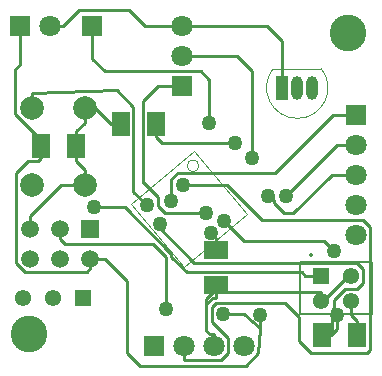
<source format=gbl>
G04 Layer_Physical_Order=2*
G04 Layer_Color=16711680*
%FSLAX24Y24*%
%MOIN*%
G70*
G01*
G75*
%ADD11R,0.0787X0.0591*%
%ADD12R,0.0591X0.0787*%
%ADD16C,0.0100*%
%ADD17C,0.0079*%
%ADD18C,0.0039*%
%ADD19C,0.0050*%
%ADD20R,0.0709X0.0709*%
%ADD21C,0.0709*%
%ADD22C,0.1220*%
%ADD23C,0.0543*%
%ADD24R,0.0543X0.0543*%
%ADD25C,0.0787*%
%ADD26R,0.0591X0.0591*%
%ADD27C,0.0591*%
%ADD28R,0.0709X0.0709*%
%ADD29O,0.0394X0.0787*%
%ADD30R,0.0394X0.0787*%
%ADD31C,0.0500*%
D11*
X7434Y3991D02*
D03*
Y2809D02*
D03*
D12*
X1594Y7450D02*
D03*
X2775D02*
D03*
X5425Y8200D02*
D03*
X4244D02*
D03*
X12125Y1150D02*
D03*
X10944D02*
D03*
D16*
X7434Y2587D02*
X10924D01*
X7316D02*
X7434D01*
X7216Y1182D02*
X7350D01*
X11321Y1834D02*
X11376Y2330D01*
X11246Y1150D02*
X11321Y1834D01*
X7434Y2587D02*
Y2809D01*
Y2397D02*
Y2587D01*
X7098Y2180D02*
Y2370D01*
Y1299D02*
Y2180D01*
X8880Y1373D02*
X8906Y1830D01*
X8833Y550D02*
X8880Y1373D01*
X8906Y1350D01*
X8343Y1840D02*
X8880Y1373D01*
X7434Y3991D02*
Y4381D01*
X7246Y4570D02*
X7434Y4381D01*
X6316Y6170D02*
X7783D01*
X8953Y5000D01*
X12326D01*
X12576Y4750D01*
Y650D02*
Y4750D01*
X12476Y550D02*
X12576Y650D01*
X10596Y550D02*
X12476D01*
X10196Y950D02*
X10596Y550D01*
X10196Y950D02*
Y1750D01*
X9727Y2219D02*
X10196Y1750D01*
X7416Y2219D02*
X9727D01*
X7277Y2080D02*
X7416Y2219D01*
X7277Y1599D02*
Y2080D01*
Y1599D02*
X7833Y1043D01*
Y550D02*
Y1043D01*
X7600Y317D02*
X7833Y550D01*
X6350Y317D02*
X7600D01*
X6350D02*
Y800D01*
X11316Y8500D02*
X12084D01*
X9386Y6570D02*
X11316Y8500D01*
X6156Y6570D02*
X9386D01*
X5936Y6350D02*
X6156Y6570D01*
X5936Y5610D02*
Y6350D01*
X10406Y3126D02*
X10924D01*
X10292Y3240D02*
X10406Y3126D01*
X6448Y3240D02*
X10292D01*
X5938Y3750D02*
X6448Y3240D01*
X5938Y3750D02*
Y3849D01*
X4377Y5410D02*
X5938Y3849D01*
X3356Y5410D02*
X4377D01*
X10944Y1150D02*
X11246D01*
X11376Y2330D02*
X11741Y2695D01*
X12116D01*
X12326Y2905D01*
Y3350D01*
X12116Y3560D02*
X12326Y3350D01*
X6707Y3560D02*
X12116D01*
X5556Y4711D02*
X6707Y3560D01*
X5556Y4711D02*
Y4850D01*
X11446Y1350D02*
Y1820D01*
X11246Y1150D02*
X11446Y1350D01*
X9146Y5800D02*
X9224D01*
X9374Y5650D01*
Y5550D02*
Y5650D01*
Y5550D02*
X9703Y5221D01*
X10006D01*
X11284Y6500D01*
X12084D01*
X9756Y5800D02*
X11456Y7500D01*
X12084D01*
X11016Y4280D02*
X11356Y3940D01*
X8356Y4280D02*
X11016D01*
X7686Y4950D02*
X8356Y4280D01*
X5496Y9450D02*
X6284D01*
X4996Y8950D02*
X5496Y9450D01*
X4996Y6224D02*
Y8950D01*
Y6224D02*
X5029D01*
X5503Y5750D01*
Y5444D02*
Y5750D01*
Y5444D02*
X5716Y5231D01*
X7087D01*
X8626Y7060D02*
Y9940D01*
X8116Y10450D02*
X8626Y9940D01*
X6284Y10450D02*
X8116D01*
X5760Y2010D02*
Y3756D01*
X5316Y4200D02*
X5760Y3756D01*
X2384Y4200D02*
X5316D01*
X2234Y4350D02*
X2384Y4200D01*
X2234Y4350D02*
Y4700D01*
X3915Y8200D02*
X4244D01*
X3386Y8730D02*
X3915Y8200D01*
X3070Y8730D02*
X3386D01*
X1234Y4700D02*
Y5128D01*
X2276Y6170D01*
X3070D01*
Y8235D02*
Y8730D01*
X2775Y7940D02*
X3070Y8235D01*
X2775Y7450D02*
Y7940D01*
Y6955D02*
Y7450D01*
Y6955D02*
X3070Y6660D01*
Y6170D02*
Y6660D01*
X5635Y7540D02*
X8066D01*
X5425Y7750D02*
X5635Y7540D01*
X5425Y7750D02*
Y8200D01*
X11836Y3126D02*
X11924D01*
X11006Y2295D02*
X11836Y3126D01*
X10924Y2295D02*
X11006D01*
X7316Y2397D02*
X7434D01*
X7098Y2180D02*
X7316Y2397D01*
X7350Y800D02*
Y1182D01*
X10924Y2295D02*
Y2587D01*
X7098Y2370D02*
X7316Y2587D01*
X7098Y1299D02*
X7216Y1182D01*
X9634Y9400D02*
Y10950D01*
X9134Y11450D02*
X9634Y10950D01*
X6284Y11450D02*
X9134D01*
X5046D02*
X6284D01*
X4516Y11980D02*
X5046Y11450D01*
X2846Y11980D02*
X4516D01*
X2316Y11450D02*
X2846Y11980D01*
X1884Y11450D02*
X2316D01*
X1298Y8730D02*
Y9213D01*
X4116Y9330D01*
X4676Y8770D01*
Y5930D02*
Y8770D01*
Y5930D02*
X5116Y5490D01*
X3234Y3700D02*
X3716D01*
X884Y10158D02*
Y11450D01*
X736Y10010D02*
X884Y10158D01*
X736Y8518D02*
Y10010D01*
Y8518D02*
X1594Y7660D01*
Y7450D02*
Y7660D01*
X3234Y3388D02*
Y3700D01*
X3116Y3270D02*
X3234Y3388D01*
X1056Y3270D02*
X3116D01*
X776Y3550D02*
X1056Y3270D01*
X776Y3550D02*
Y6550D01*
X1176Y6950D01*
X1494D01*
X1594Y7050D01*
Y7450D01*
X3716Y3700D02*
X4468Y2948D01*
Y550D02*
Y2948D01*
Y550D02*
X4879Y138D01*
X8421D01*
X8833Y550D01*
X8906Y1350D01*
X7656Y1840D02*
X8343D01*
X11924Y1821D02*
Y2295D01*
Y1821D02*
X12125Y1620D01*
Y1150D02*
Y1620D01*
X3284Y10372D02*
Y11450D01*
Y10372D02*
X3716Y9940D01*
X6916D01*
X7196Y9660D01*
Y8220D02*
Y9660D01*
D17*
X10633Y3824D02*
G03*
X10633Y3824I-39J0D01*
G01*
D02*
G03*
X10633Y3824I-39J0D01*
G01*
D18*
X6857Y6792D02*
G03*
X6857Y6792I-197J0D01*
G01*
X9328Y10030D02*
G03*
X10941Y10030I807J-630D01*
G01*
X4593Y5520D02*
X6704Y7291D01*
X6364Y3409D02*
X8476Y5180D01*
X6704Y7291D02*
X8476Y5180D01*
X4593Y5520D02*
X6364Y3409D01*
X9328Y10030D02*
X10941D01*
D19*
X10223Y1846D02*
X12624D01*
X10223D02*
Y3575D01*
X12624D01*
Y1846D02*
Y3575D01*
X10223Y1846D02*
X12624D01*
X10223D02*
Y3575D01*
X12624D01*
Y1846D02*
Y3575D01*
D20*
X6284Y9450D02*
D03*
X12084Y8500D02*
D03*
X3284Y11450D02*
D03*
D21*
X6284D02*
D03*
Y10450D02*
D03*
X12084Y4500D02*
D03*
Y5500D02*
D03*
Y6500D02*
D03*
Y7500D02*
D03*
X8350Y800D02*
D03*
X7350D02*
D03*
X6350D02*
D03*
X1884Y11450D02*
D03*
D22*
X1181Y1181D02*
D03*
X11811Y11220D02*
D03*
D23*
X1984Y2400D02*
D03*
X984D02*
D03*
X10924Y2295D02*
D03*
X11924D02*
D03*
Y3126D02*
D03*
D24*
X2984Y2400D02*
D03*
X10924Y3126D02*
D03*
D25*
X1298Y6170D02*
D03*
Y8730D02*
D03*
X3070Y6170D02*
D03*
Y8730D02*
D03*
D26*
X3234Y4700D02*
D03*
D27*
Y3700D02*
D03*
X2234Y4700D02*
D03*
Y3700D02*
D03*
X1234Y4700D02*
D03*
Y3700D02*
D03*
D28*
X5350Y800D02*
D03*
X884Y11450D02*
D03*
D29*
X10634Y9400D02*
D03*
X10134D02*
D03*
D30*
X9634D02*
D03*
D31*
X7246Y4570D02*
D03*
X6316Y6170D02*
D03*
X5936Y5610D02*
D03*
X3356Y5410D02*
D03*
X5556Y4850D02*
D03*
X11446Y1820D02*
D03*
X9146Y5800D02*
D03*
X9756D02*
D03*
X11356Y3940D02*
D03*
X7686Y4950D02*
D03*
X7087Y5231D02*
D03*
X8626Y7060D02*
D03*
X5760Y2010D02*
D03*
X8066Y7540D02*
D03*
X5116Y5490D02*
D03*
X8906Y1830D02*
D03*
X7656Y1840D02*
D03*
X7196Y8220D02*
D03*
M02*

</source>
